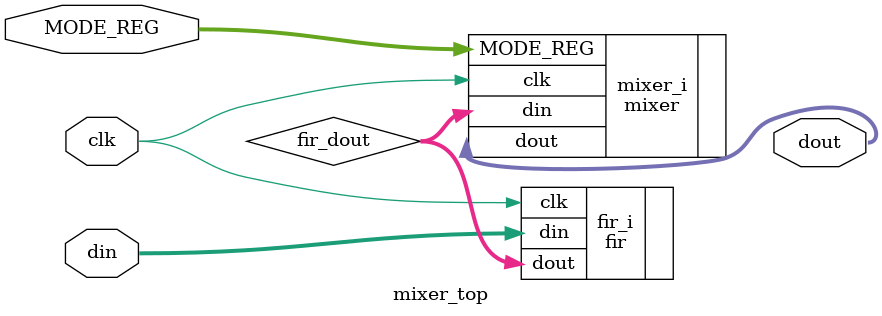
<source format=sv>
module mixer_top (
	// Clock.
	input	wire				clk		,

	// Input.
	input	wire	[4*32-1:0]	din		,

	// Output.
	output	wire	[16*16-1:0]	dout	,

	// Registers.
	input	wire	[1:0]		MODE_REG
	);

/********************/
/* Internal signals */
/********************/

// Fir output/mixer input.
wire	[16*32-1:0]	fir_dout	;

/****************/
/* Architecture */
/****************/

// x4 terpolation + filter.
fir fir_i (
	.clk	(clk		),
	.din	(din		),
	.dout	(fir_dout	)
);

// Mixer.
mixer mixer_i (
	// Clock.
	.clk		(clk		),

	// Input.
	.din		(fir_dout	),

	// Output.
	.dout		(dout		),

	// Registers.
	.MODE_REG	(MODE_REG	)
	);

/***********/
/* Outputs */
/***********/

endmodule


</source>
